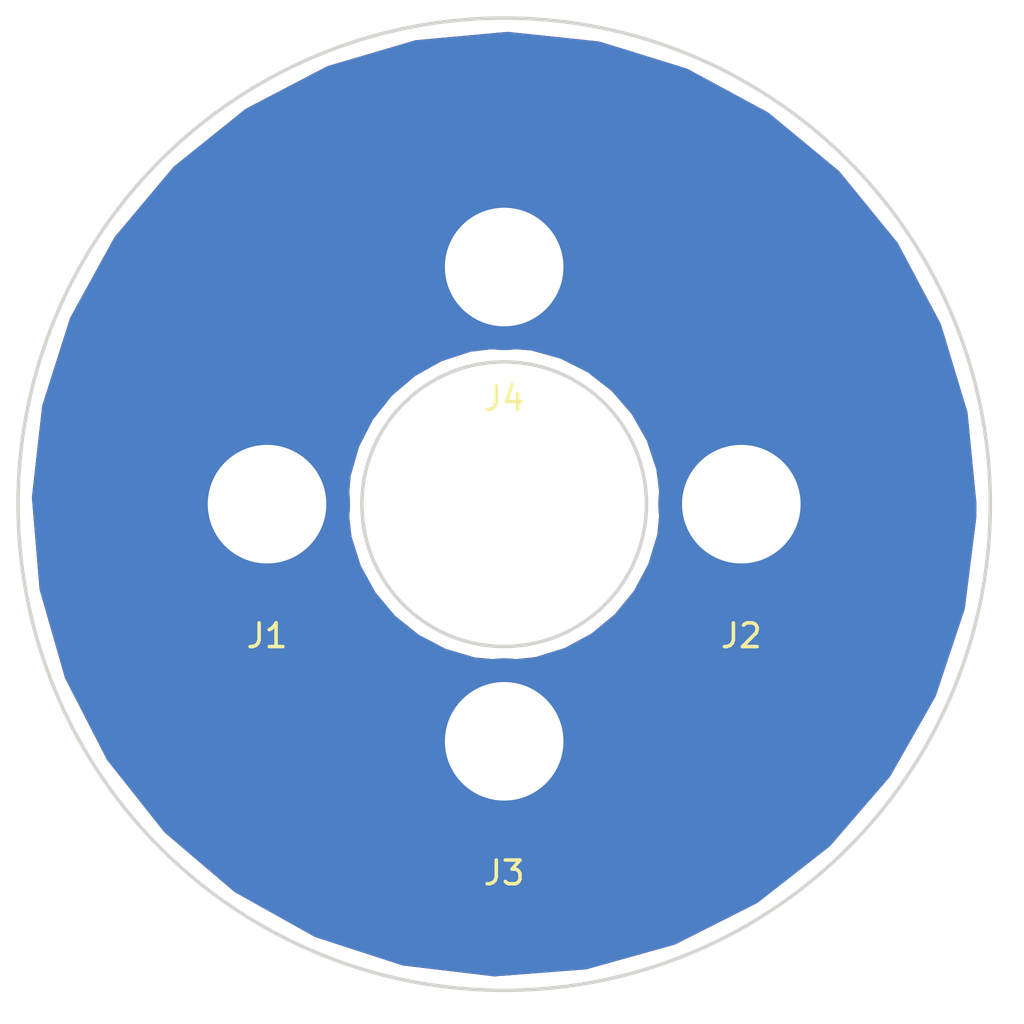
<source format=kicad_pcb>
(kicad_pcb (version 4) (host pcbnew 4.0.5)

  (general
    (links 3)
    (no_connects 3)
    (area 79.424999 79.424999 120.575001 120.575001)
    (thickness 1.6)
    (drawings 3)
    (tracks 18)
    (zones 0)
    (modules 4)
    (nets 2)
  )

  (page A4)
  (layers
    (0 F.Cu signal)
    (31 B.Cu signal)
    (32 B.Adhes user)
    (33 F.Adhes user)
    (34 B.Paste user)
    (35 F.Paste user)
    (36 B.SilkS user)
    (37 F.SilkS user)
    (38 B.Mask user)
    (39 F.Mask user)
    (40 Dwgs.User user)
    (41 Cmts.User user)
    (42 Eco1.User user)
    (43 Eco2.User user)
    (44 Edge.Cuts user)
    (45 Margin user)
    (46 B.CrtYd user)
    (47 F.CrtYd user)
    (48 B.Fab user)
    (49 F.Fab user)
  )

  (setup
    (last_trace_width 2)
    (user_trace_width 1)
    (user_trace_width 2)
    (trace_clearance 0.2)
    (zone_clearance 0.508)
    (zone_45_only no)
    (trace_min 0.2)
    (segment_width 0.2)
    (edge_width 0.15)
    (via_size 0.6)
    (via_drill 0.4)
    (via_min_size 0.4)
    (via_min_drill 0.3)
    (uvia_size 0.3)
    (uvia_drill 0.1)
    (uvias_allowed no)
    (uvia_min_size 0.2)
    (uvia_min_drill 0.1)
    (pcb_text_width 0.3)
    (pcb_text_size 1.5 1.5)
    (mod_edge_width 0.15)
    (mod_text_size 1 1)
    (mod_text_width 0.15)
    (pad_size 7 7)
    (pad_drill 5)
    (pad_to_mask_clearance 0.2)
    (aux_axis_origin 0 0)
    (visible_elements 7FFFEFFF)
    (pcbplotparams
      (layerselection 0x00030_80000001)
      (usegerberextensions false)
      (excludeedgelayer true)
      (linewidth 0.100000)
      (plotframeref false)
      (viasonmask false)
      (mode 1)
      (useauxorigin false)
      (hpglpennumber 1)
      (hpglpenspeed 20)
      (hpglpendiameter 15)
      (hpglpenoverlay 2)
      (psnegative false)
      (psa4output false)
      (plotreference true)
      (plotvalue true)
      (plotinvisibletext false)
      (padsonsilk false)
      (subtractmaskfromsilk false)
      (outputformat 1)
      (mirror false)
      (drillshape 1)
      (scaleselection 1)
      (outputdirectory ""))
  )

  (net 0 "")
  (net 1 "Net-(J1-Pad1)")

  (net_class Default "This is the default net class."
    (clearance 0.2)
    (trace_width 0.25)
    (via_dia 0.6)
    (via_drill 0.4)
    (uvia_dia 0.3)
    (uvia_drill 0.1)
    (add_net "Net-(J1-Pad1)")
  )

  (module .pretty:SMDScrewTerm (layer F.Cu) (tedit 5D4AC6B0) (tstamp 5D4A0F1F)
    (at 90 100)
    (path /5D49E8BE)
    (fp_text reference J1 (at 0 5.55) (layer F.SilkS)
      (effects (font (size 1 1) (thickness 0.15)))
    )
    (fp_text value Screw_Terminal_1x01 (at 0 -5) (layer F.Fab)
      (effects (font (size 1 1) (thickness 0.15)))
    )
    (pad 1 thru_hole circle (at 0 0) (size 7 7) (drill 5) (layers *.Cu *.Mask)
      (net 1 "Net-(J1-Pad1)"))
  )

  (module .pretty:SMDScrewTerm (layer F.Cu) (tedit 5D4AC6B8) (tstamp 5D4A0F24)
    (at 110 100)
    (path /5D49E90F)
    (fp_text reference J2 (at 0 5.55) (layer F.SilkS)
      (effects (font (size 1 1) (thickness 0.15)))
    )
    (fp_text value Screw_Terminal_1x01 (at 0 -5) (layer F.Fab)
      (effects (font (size 1 1) (thickness 0.15)))
    )
    (pad 1 thru_hole circle (at 0 0) (size 7 7) (drill 5) (layers *.Cu *.Mask)
      (net 1 "Net-(J1-Pad1)"))
  )

  (module .pretty:SMDScrewTerm (layer F.Cu) (tedit 5D4AC6C3) (tstamp 5D4A0F29)
    (at 100 110)
    (path /5D49E950)
    (fp_text reference J3 (at 0 5.55) (layer F.SilkS)
      (effects (font (size 1 1) (thickness 0.15)))
    )
    (fp_text value Screw_Terminal_1x01 (at 0 -5) (layer F.Fab)
      (effects (font (size 1 1) (thickness 0.15)))
    )
    (pad 1 thru_hole circle (at 0 0) (size 7 7) (drill 5) (layers *.Cu *.Mask)
      (net 1 "Net-(J1-Pad1)"))
  )

  (module .pretty:SMDScrewTerm (layer F.Cu) (tedit 5D4AC6A7) (tstamp 5D4A0F2E)
    (at 100 90)
    (path /5D49E9B3)
    (fp_text reference J4 (at 0 5.55) (layer F.SilkS)
      (effects (font (size 1 1) (thickness 0.15)))
    )
    (fp_text value Screw_Terminal_1x01 (at 0 -5) (layer F.Fab)
      (effects (font (size 1 1) (thickness 0.15)))
    )
    (pad 1 thru_hole circle (at 0 0) (size 7 7) (drill 5) (layers *.Cu *.Mask)
      (net 1 "Net-(J1-Pad1)"))
  )

  (gr_circle (center 100 100) (end 84.3 100) (layer B.Mask) (width 8))
  (gr_circle (center 100 100) (end 94 100) (layer Edge.Cuts) (width 0.15))
  (gr_circle (center 100 100) (end 120.5 100) (layer Edge.Cuts) (width 0.15))

  (segment (start 90.07 90.19) (end 90.26 90) (width 2) (layer F.Cu) (net 1))
  (segment (start 90.26 90) (end 100 90) (width 2) (layer F.Cu) (net 1))
  (segment (start 90.07 94.980253) (end 90.07 90.19) (width 2) (layer F.Cu) (net 1))
  (segment (start 90 100) (end 90 95.050253) (width 2) (layer F.Cu) (net 1))
  (segment (start 90 95.050253) (end 90.07 94.980253) (width 2) (layer F.Cu) (net 1))
  (segment (start 90.09 110) (end 90 109.91) (width 2) (layer F.Cu) (net 1))
  (segment (start 90 109.91) (end 90 100) (width 2) (layer F.Cu) (net 1))
  (segment (start 100 110) (end 90.09 110) (width 2) (layer F.Cu) (net 1))
  (segment (start 110.02 109.97) (end 109.99 110) (width 2) (layer F.Cu) (net 1))
  (segment (start 109.99 110) (end 100 110) (width 2) (layer F.Cu) (net 1))
  (segment (start 110.02 104.969747) (end 110.02 109.97) (width 2) (layer F.Cu) (net 1))
  (segment (start 110 100) (end 110 104.949747) (width 2) (layer F.Cu) (net 1))
  (segment (start 110 104.949747) (end 110.02 104.969747) (width 2) (layer F.Cu) (net 1))
  (segment (start 109.96 90.07) (end 110 90.11) (width 2) (layer F.Cu) (net 1))
  (segment (start 110 90.11) (end 110 100) (width 2) (layer F.Cu) (net 1))
  (segment (start 105.019747 90.07) (end 109.96 90.07) (width 2) (layer F.Cu) (net 1))
  (segment (start 100 90) (end 104.949747 90) (width 2) (layer F.Cu) (net 1))
  (segment (start 104.949747 90) (end 105.019747 90.07) (width 2) (layer F.Cu) (net 1))

  (zone (net 1) (net_name "Net-(J1-Pad1)") (layer F.Cu) (tstamp 0) (hatch edge 0.508)
    (connect_pads yes (clearance 0.508))
    (min_thickness 0.254)
    (fill yes (arc_segments 32) (thermal_gap 0.508) (thermal_bridge_width 2))
    (polygon
      (pts
        (xy 91.44 78.74) (xy 109.22 78.74) (xy 121.92 91.44) (xy 121.92 109.22) (xy 109.22 121.92)
        (xy 91.44 121.92) (xy 78.74 109.22) (xy 78.74 91.44)
      )
    )
    (filled_polygon
      (pts
        (xy 103.979332 80.614206) (xy 107.668933 81.756328) (xy 111.066428 83.593346) (xy 114.042405 86.055289) (xy 116.483511 89.048381)
        (xy 118.296766 92.458617) (xy 119.413103 96.156102) (xy 119.79 100) (xy 119.782284 100.552569) (xy 119.298206 104.384445)
        (xy 118.079065 108.049318) (xy 116.171298 111.407596) (xy 113.647571 114.331361) (xy 110.604012 116.70925) (xy 107.15655 118.450688)
        (xy 103.436497 119.489345) (xy 99.58555 119.78566) (xy 95.750388 119.328344) (xy 92.077093 118.134818) (xy 88.705578 116.250543)
        (xy 85.764265 113.747289) (xy 83.365187 110.720405) (xy 81.599723 107.285185) (xy 80.535121 103.572474) (xy 80.242999 100.093686)
        (xy 93.290654 100.093686) (xy 93.43663 101.395087) (xy 93.832602 102.64335) (xy 94.463488 103.790929) (xy 95.305259 104.794112)
        (xy 96.325851 105.614689) (xy 97.48639 106.221404) (xy 98.742671 106.591147) (xy 100.046844 106.709836) (xy 101.349233 106.57295)
        (xy 102.60023 106.185702) (xy 103.752184 105.562842) (xy 104.76122 104.728096) (xy 105.588902 103.713257) (xy 106.203704 102.556982)
        (xy 106.582209 101.303312) (xy 106.71 100) (xy 106.707384 99.812646) (xy 106.543252 98.51341) (xy 106.12989 97.270797)
        (xy 105.483042 96.132139) (xy 104.627347 95.140807) (xy 103.595398 94.33456) (xy 102.426501 93.744107) (xy 101.165179 93.39194)
        (xy 99.859476 93.291472) (xy 98.559126 93.446529) (xy 97.313658 93.851206) (xy 96.170512 94.490089) (xy 95.17323 95.338842)
        (xy 94.359798 96.365138) (xy 93.7612 97.529884) (xy 93.400235 98.788717) (xy 93.290654 100.093686) (xy 80.242999 100.093686)
        (xy 80.211929 99.723688) (xy 80.642459 95.885428) (xy 81.810312 92.20389) (xy 83.671004 88.819303) (xy 86.153662 85.860586)
        (xy 89.163724 83.440434) (xy 92.586536 81.651032) (xy 96.291724 80.560535) (xy 100.138159 80.210482)
      )
    )
  )
  (zone (net 1) (net_name "Net-(J1-Pad1)") (layer B.Cu) (tstamp 0) (hatch edge 0.508)
    (connect_pads yes (clearance 0.508))
    (min_thickness 0.254)
    (fill yes (arc_segments 32) (thermal_gap 0.508) (thermal_bridge_width 2))
    (polygon
      (pts
        (xy 109.22 78.74) (xy 121.92 91.44) (xy 121.92 109.22) (xy 109.22 121.92) (xy 91.44 121.92)
        (xy 78.74 109.22) (xy 78.74 91.44) (xy 91.44 78.74)
      )
    )
    (filled_polygon
      (pts
        (xy 103.979332 80.614206) (xy 107.668933 81.756328) (xy 111.066428 83.593346) (xy 114.042405 86.055289) (xy 116.483511 89.048381)
        (xy 118.296766 92.458617) (xy 119.413103 96.156102) (xy 119.79 100) (xy 119.782284 100.552569) (xy 119.298206 104.384445)
        (xy 118.079065 108.049318) (xy 116.171298 111.407596) (xy 113.647571 114.331361) (xy 110.604012 116.70925) (xy 107.15655 118.450688)
        (xy 103.436497 119.489345) (xy 99.58555 119.78566) (xy 95.750388 119.328344) (xy 92.077093 118.134818) (xy 88.705578 116.250543)
        (xy 85.764265 113.747289) (xy 83.365187 110.720405) (xy 81.599723 107.285185) (xy 80.535121 103.572474) (xy 80.242999 100.093686)
        (xy 93.290654 100.093686) (xy 93.43663 101.395087) (xy 93.832602 102.64335) (xy 94.463488 103.790929) (xy 95.305259 104.794112)
        (xy 96.325851 105.614689) (xy 97.48639 106.221404) (xy 98.742671 106.591147) (xy 100.046844 106.709836) (xy 101.349233 106.57295)
        (xy 102.60023 106.185702) (xy 103.752184 105.562842) (xy 104.76122 104.728096) (xy 105.588902 103.713257) (xy 106.203704 102.556982)
        (xy 106.582209 101.303312) (xy 106.71 100) (xy 106.707384 99.812646) (xy 106.543252 98.51341) (xy 106.12989 97.270797)
        (xy 105.483042 96.132139) (xy 104.627347 95.140807) (xy 103.595398 94.33456) (xy 102.426501 93.744107) (xy 101.165179 93.39194)
        (xy 99.859476 93.291472) (xy 98.559126 93.446529) (xy 97.313658 93.851206) (xy 96.170512 94.490089) (xy 95.17323 95.338842)
        (xy 94.359798 96.365138) (xy 93.7612 97.529884) (xy 93.400235 98.788717) (xy 93.290654 100.093686) (xy 80.242999 100.093686)
        (xy 80.211929 99.723688) (xy 80.642459 95.885428) (xy 81.810312 92.20389) (xy 83.671004 88.819303) (xy 86.153662 85.860586)
        (xy 89.163724 83.440434) (xy 92.586536 81.651032) (xy 96.291724 80.560535) (xy 100.138159 80.210482)
      )
    )
  )
)

</source>
